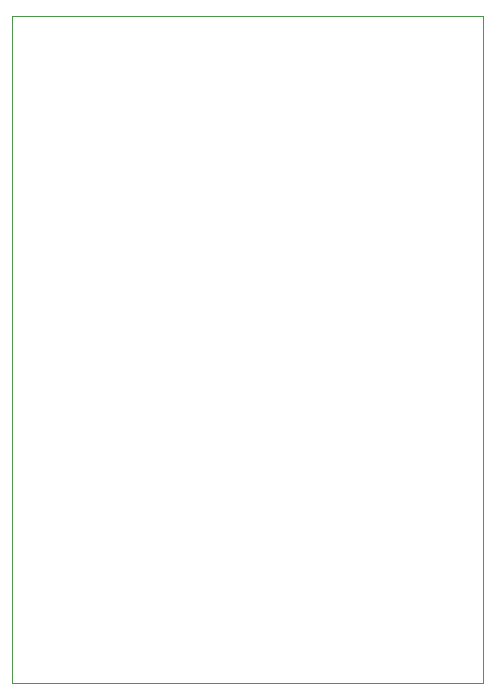
<source format=gbr>
G04 #@! TF.GenerationSoftware,KiCad,Pcbnew,9.0.1*
G04 #@! TF.CreationDate,2025-06-03T13:31:57-07:00*
G04 #@! TF.ProjectId,mp153-devboard,6d703135-332d-4646-9576-626f6172642e,rev?*
G04 #@! TF.SameCoordinates,PXb487a00PY650eff0*
G04 #@! TF.FileFunction,Profile,NP*
%FSLAX46Y46*%
G04 Gerber Fmt 4.6, Leading zero omitted, Abs format (unit mm)*
G04 Created by KiCad (PCBNEW 9.0.1) date 2025-06-03 13:31:57*
%MOMM*%
%LPD*%
G01*
G04 APERTURE LIST*
G04 #@! TA.AperFunction,Profile*
%ADD10C,0.050000*%
G04 #@! TD*
G04 APERTURE END LIST*
D10*
X0Y56449200D02*
X39903400Y56449200D01*
X39903400Y0D01*
X0Y0D01*
X0Y56449200D01*
M02*

</source>
